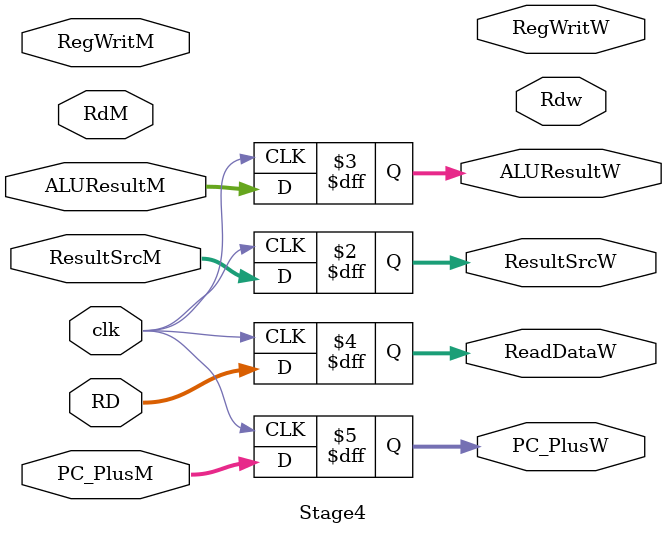
<source format=sv>
module  Stage4#(
    parameter DATA_WIDTH = 32
)(
    input logic                     clk,

    // control input 
    input logic                        RegWritM,
    input logic[1:0]                   ResultSrcM,
    // ALU input
    input logic[DATA_WIDTH-1:0]        ALUResultM,
    //datamem input
    input logic[DATA_WIDTH-1:0]        RD,
    //rd
    input logic[4:0]                   RdM,
    //PC input
    input logic[DATA_WIDTH-1:0]        PC_PlusM,

    // control output
    output logic                        RegWritW,
    output logic[1:0]                   ResultSrcW,
    // ALU output
    output logic[DATA_WIDTH-1:0]        ALUResultW,
    //datamem output
    output logic[DATA_WIDTH-1:0]        ReadDataW,
    //rd
    output logic[4:0]                   Rdw,
    //PC output
    output logic[DATA_WIDTH-1:0]        PC_PlusW

);

always_ff @(posedge clk) begin
    //control
    RegWriteW <= RegWriteM;
    ResultSrcW <= ResultSrcM;
    //alu
    ALUResultW <= ALUResultM;
    //data mem
    ReadDataW <= RD;
    //rd
    RdW <= RdM;
    //PC
    PC_PlusW <= PC_PlusM;
end
    
endmodule

</source>
